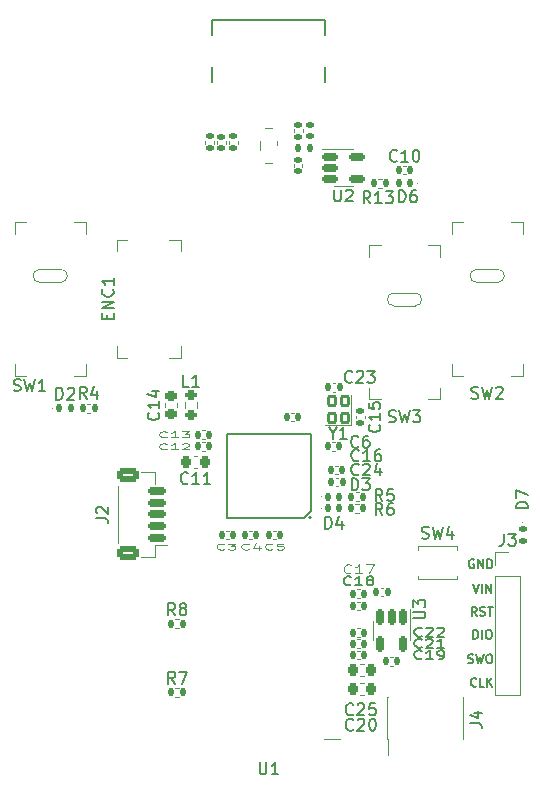
<source format=gbr>
%TF.GenerationSoftware,KiCad,Pcbnew,(6.0.7)*%
%TF.CreationDate,2022-11-13T10:53:49-05:00*%
%TF.ProjectId,redshift,72656473-6869-4667-942e-6b696361645f,0.2*%
%TF.SameCoordinates,Original*%
%TF.FileFunction,Legend,Top*%
%TF.FilePolarity,Positive*%
%FSLAX46Y46*%
G04 Gerber Fmt 4.6, Leading zero omitted, Abs format (unit mm)*
G04 Created by KiCad (PCBNEW (6.0.7)) date 2022-11-13 10:53:49*
%MOMM*%
%LPD*%
G01*
G04 APERTURE LIST*
G04 Aperture macros list*
%AMRoundRect*
0 Rectangle with rounded corners*
0 $1 Rounding radius*
0 $2 $3 $4 $5 $6 $7 $8 $9 X,Y pos of 4 corners*
0 Add a 4 corners polygon primitive as box body*
4,1,4,$2,$3,$4,$5,$6,$7,$8,$9,$2,$3,0*
0 Add four circle primitives for the rounded corners*
1,1,$1+$1,$2,$3*
1,1,$1+$1,$4,$5*
1,1,$1+$1,$6,$7*
1,1,$1+$1,$8,$9*
0 Add four rect primitives between the rounded corners*
20,1,$1+$1,$2,$3,$4,$5,0*
20,1,$1+$1,$4,$5,$6,$7,0*
20,1,$1+$1,$6,$7,$8,$9,0*
20,1,$1+$1,$8,$9,$2,$3,0*%
G04 Aperture macros list end*
%ADD10C,0.187500*%
%ADD11C,0.150000*%
%ADD12C,0.125000*%
%ADD13C,0.120000*%
%ADD14C,0.100000*%
%ADD15C,0.200000*%
%ADD16C,0.127000*%
%ADD17RoundRect,0.150000X-0.150000X0.512500X-0.150000X-0.512500X0.150000X-0.512500X0.150000X0.512500X0*%
%ADD18RoundRect,0.127500X-0.297500X0.347500X-0.297500X-0.347500X0.297500X-0.347500X0.297500X0.347500X0*%
%ADD19RoundRect,0.127500X0.297500X-0.347500X0.297500X0.347500X-0.297500X0.347500X-0.297500X-0.347500X0*%
%ADD20RoundRect,0.150000X-0.512500X-0.150000X0.512500X-0.150000X0.512500X0.150000X-0.512500X0.150000X0*%
%ADD21R,0.900000X1.700000*%
%ADD22RoundRect,0.225000X-0.225000X-0.250000X0.225000X-0.250000X0.225000X0.250000X-0.225000X0.250000X0*%
%ADD23RoundRect,0.225000X-0.250000X0.225000X-0.250000X-0.225000X0.250000X-0.225000X0.250000X0.225000X0*%
%ADD24RoundRect,0.225000X0.225000X0.250000X-0.225000X0.250000X-0.225000X-0.250000X0.225000X-0.250000X0*%
%ADD25RoundRect,0.135000X0.135000X0.185000X-0.135000X0.185000X-0.135000X-0.185000X0.135000X-0.185000X0*%
%ADD26RoundRect,0.147500X0.147500X0.172500X-0.147500X0.172500X-0.147500X-0.172500X0.147500X-0.172500X0*%
%ADD27RoundRect,0.140000X-0.140000X-0.170000X0.140000X-0.170000X0.140000X0.170000X-0.140000X0.170000X0*%
%ADD28RoundRect,0.140000X0.140000X0.170000X-0.140000X0.170000X-0.140000X-0.170000X0.140000X-0.170000X0*%
%ADD29RoundRect,0.140000X-0.170000X0.140000X-0.170000X-0.140000X0.170000X-0.140000X0.170000X0.140000X0*%
%ADD30O,2.700000X1.700000*%
%ADD31C,1.700000*%
%ADD32RoundRect,0.147500X-0.147500X-0.172500X0.147500X-0.172500X0.147500X0.172500X-0.147500X0.172500X0*%
%ADD33O,1.050000X2.100000*%
%ADD34O,1.000000X2.000000*%
%ADD35R,0.600000X1.150000*%
%ADD36R,0.300000X1.150000*%
%ADD37C,0.650000*%
%ADD38RoundRect,0.200000X0.275000X-0.200000X0.275000X0.200000X-0.275000X0.200000X-0.275000X-0.200000X0*%
%ADD39RoundRect,0.140000X0.170000X-0.140000X0.170000X0.140000X-0.170000X0.140000X-0.170000X-0.140000X0*%
%ADD40RoundRect,0.135000X-0.135000X-0.185000X0.135000X-0.185000X0.135000X0.185000X-0.135000X0.185000X0*%
%ADD41RoundRect,0.147500X-0.172500X0.147500X-0.172500X-0.147500X0.172500X-0.147500X0.172500X0.147500X0*%
%ADD42RoundRect,0.135000X-0.185000X0.135000X-0.185000X-0.135000X0.185000X-0.135000X0.185000X0.135000X0*%
%ADD43RoundRect,0.135000X0.185000X-0.135000X0.185000X0.135000X-0.185000X0.135000X-0.185000X-0.135000X0*%
%ADD44RoundRect,0.250000X0.650000X-0.350000X0.650000X0.350000X-0.650000X0.350000X-0.650000X-0.350000X0*%
%ADD45RoundRect,0.150000X0.625000X-0.150000X0.625000X0.150000X-0.625000X0.150000X-0.625000X-0.150000X0*%
%ADD46R,0.740000X2.400000*%
%ADD47O,1.350000X1.350000*%
%ADD48R,1.350000X1.350000*%
%ADD49R,1.168400X0.482600*%
%ADD50R,1.168400X0.889000*%
%ADD51C,1.400000*%
%ADD52R,1.400000X1.400000*%
%ADD53C,0.240000*%
%ADD54RoundRect,0.147500X0.172500X-0.147500X0.172500X0.147500X-0.172500X0.147500X-0.172500X-0.147500X0*%
G04 APERTURE END LIST*
D10*
X40078125Y8232143D02*
X40042410Y8196429D01*
X39935267Y8160715D01*
X39863839Y8160715D01*
X39756696Y8196429D01*
X39685267Y8267858D01*
X39649553Y8339286D01*
X39613839Y8482143D01*
X39613839Y8589286D01*
X39649553Y8732143D01*
X39685267Y8803572D01*
X39756696Y8875000D01*
X39863839Y8910715D01*
X39935267Y8910715D01*
X40042410Y8875000D01*
X40078125Y8839286D01*
X40756696Y8160715D02*
X40399553Y8160715D01*
X40399553Y8910715D01*
X41006696Y8160715D02*
X41006696Y8910715D01*
X41435267Y8160715D02*
X41113839Y8589286D01*
X41435267Y8910715D02*
X41006696Y8482143D01*
X39813839Y12210715D02*
X39813839Y12960715D01*
X39992410Y12960715D01*
X40099553Y12925000D01*
X40170982Y12853572D01*
X40206696Y12782143D01*
X40242410Y12639286D01*
X40242410Y12532143D01*
X40206696Y12389286D01*
X40170982Y12317858D01*
X40099553Y12246429D01*
X39992410Y12210715D01*
X39813839Y12210715D01*
X40563839Y12210715D02*
X40563839Y12960715D01*
X41063839Y12960715D02*
X41206696Y12960715D01*
X41278125Y12925000D01*
X41349553Y12853572D01*
X41385267Y12710715D01*
X41385267Y12460715D01*
X41349553Y12317858D01*
X41278125Y12246429D01*
X41206696Y12210715D01*
X41063839Y12210715D01*
X40992410Y12246429D01*
X40920982Y12317858D01*
X40885267Y12460715D01*
X40885267Y12710715D01*
X40920982Y12853572D01*
X40992410Y12925000D01*
X41063839Y12960715D01*
X39813839Y16860715D02*
X40063839Y16110715D01*
X40313839Y16860715D01*
X40563839Y16110715D02*
X40563839Y16860715D01*
X40920982Y16110715D02*
X40920982Y16860715D01*
X41349553Y16110715D01*
X41349553Y16860715D01*
X39863839Y18925000D02*
X39792410Y18960715D01*
X39685267Y18960715D01*
X39578125Y18925000D01*
X39506696Y18853572D01*
X39470982Y18782143D01*
X39435267Y18639286D01*
X39435267Y18532143D01*
X39470982Y18389286D01*
X39506696Y18317858D01*
X39578125Y18246429D01*
X39685267Y18210715D01*
X39756696Y18210715D01*
X39863839Y18246429D01*
X39899553Y18282143D01*
X39899553Y18532143D01*
X39756696Y18532143D01*
X40220982Y18210715D02*
X40220982Y18960715D01*
X40649553Y18210715D01*
X40649553Y18960715D01*
X41006696Y18210715D02*
X41006696Y18960715D01*
X41185267Y18960715D01*
X41292410Y18925000D01*
X41363839Y18853572D01*
X41399553Y18782143D01*
X41435267Y18639286D01*
X41435267Y18532143D01*
X41399553Y18389286D01*
X41363839Y18317858D01*
X41292410Y18246429D01*
X41185267Y18210715D01*
X41006696Y18210715D01*
X39363839Y10196429D02*
X39470982Y10160715D01*
X39649553Y10160715D01*
X39720982Y10196429D01*
X39756696Y10232143D01*
X39792410Y10303572D01*
X39792410Y10375000D01*
X39756696Y10446429D01*
X39720982Y10482143D01*
X39649553Y10517858D01*
X39506696Y10553572D01*
X39435267Y10589286D01*
X39399553Y10625000D01*
X39363839Y10696429D01*
X39363839Y10767858D01*
X39399553Y10839286D01*
X39435267Y10875000D01*
X39506696Y10910715D01*
X39685267Y10910715D01*
X39792410Y10875000D01*
X40042410Y10910715D02*
X40220982Y10160715D01*
X40363839Y10696429D01*
X40506696Y10160715D01*
X40685267Y10910715D01*
X41113839Y10910715D02*
X41256696Y10910715D01*
X41328125Y10875000D01*
X41399553Y10803572D01*
X41435267Y10660715D01*
X41435267Y10410715D01*
X41399553Y10267858D01*
X41328125Y10196429D01*
X41256696Y10160715D01*
X41113839Y10160715D01*
X41042410Y10196429D01*
X40970982Y10267858D01*
X40935267Y10410715D01*
X40935267Y10660715D01*
X40970982Y10803572D01*
X41042410Y10875000D01*
X41113839Y10910715D01*
X40099553Y14160715D02*
X39849553Y14517858D01*
X39670982Y14160715D02*
X39670982Y14910715D01*
X39956696Y14910715D01*
X40028125Y14875000D01*
X40063839Y14839286D01*
X40099553Y14767858D01*
X40099553Y14660715D01*
X40063839Y14589286D01*
X40028125Y14553572D01*
X39956696Y14517858D01*
X39670982Y14517858D01*
X40385267Y14196429D02*
X40492410Y14160715D01*
X40670982Y14160715D01*
X40742410Y14196429D01*
X40778125Y14232143D01*
X40813839Y14303572D01*
X40813839Y14375000D01*
X40778125Y14446429D01*
X40742410Y14482143D01*
X40670982Y14517858D01*
X40528125Y14553572D01*
X40456696Y14589286D01*
X40420982Y14625000D01*
X40385267Y14696429D01*
X40385267Y14767858D01*
X40420982Y14839286D01*
X40456696Y14875000D01*
X40528125Y14910715D01*
X40706696Y14910715D01*
X40813839Y14875000D01*
X41028125Y14910715D02*
X41456696Y14910715D01*
X41242410Y14160715D02*
X41242410Y14910715D01*
D11*
%TO.C,U3*%
X34752380Y13938096D02*
X35561904Y13938096D01*
X35657142Y13985715D01*
X35704761Y14033334D01*
X35752380Y14128572D01*
X35752380Y14319048D01*
X35704761Y14414286D01*
X35657142Y14461905D01*
X35561904Y14509524D01*
X34752380Y14509524D01*
X34752380Y14890477D02*
X34752380Y15509524D01*
X35133333Y15176191D01*
X35133333Y15319048D01*
X35180952Y15414286D01*
X35228571Y15461905D01*
X35323809Y15509524D01*
X35561904Y15509524D01*
X35657142Y15461905D01*
X35704761Y15414286D01*
X35752380Y15319048D01*
X35752380Y15033334D01*
X35704761Y14938096D01*
X35657142Y14890477D01*
%TO.C,Y1*%
X27923809Y29623810D02*
X27923809Y29147620D01*
X27590476Y30147620D02*
X27923809Y29623810D01*
X28257142Y30147620D01*
X29114285Y29147620D02*
X28542857Y29147620D01*
X28828571Y29147620D02*
X28828571Y30147620D01*
X28733333Y30004762D01*
X28638095Y29909524D01*
X28542857Y29861905D01*
%TO.C,U2*%
X28038095Y50247620D02*
X28038095Y49438096D01*
X28085714Y49342858D01*
X28133333Y49295239D01*
X28228571Y49247620D01*
X28419047Y49247620D01*
X28514285Y49295239D01*
X28561904Y49342858D01*
X28609523Y49438096D01*
X28609523Y50247620D01*
X29038095Y50152381D02*
X29085714Y50200000D01*
X29180952Y50247620D01*
X29419047Y50247620D01*
X29514285Y50200000D01*
X29561904Y50152381D01*
X29609523Y50057143D01*
X29609523Y49961905D01*
X29561904Y49819048D01*
X28990476Y49247620D01*
X29609523Y49247620D01*
%TO.C,SW4*%
X35466666Y20745239D02*
X35609523Y20697620D01*
X35847619Y20697620D01*
X35942857Y20745239D01*
X35990476Y20792858D01*
X36038095Y20888096D01*
X36038095Y20983334D01*
X35990476Y21078572D01*
X35942857Y21126191D01*
X35847619Y21173810D01*
X35657142Y21221429D01*
X35561904Y21269048D01*
X35514285Y21316667D01*
X35466666Y21411905D01*
X35466666Y21507143D01*
X35514285Y21602381D01*
X35561904Y21650000D01*
X35657142Y21697620D01*
X35895238Y21697620D01*
X36038095Y21650000D01*
X36371428Y21697620D02*
X36609523Y20697620D01*
X36800000Y21411905D01*
X36990476Y20697620D01*
X37228571Y21697620D01*
X38038095Y21364286D02*
X38038095Y20697620D01*
X37800000Y21745239D02*
X37561904Y21030953D01*
X38180952Y21030953D01*
%TO.C,C20*%
X29657142Y4542858D02*
X29609523Y4495239D01*
X29466666Y4447620D01*
X29371428Y4447620D01*
X29228571Y4495239D01*
X29133333Y4590477D01*
X29085714Y4685715D01*
X29038095Y4876191D01*
X29038095Y5019048D01*
X29085714Y5209524D01*
X29133333Y5304762D01*
X29228571Y5400000D01*
X29371428Y5447620D01*
X29466666Y5447620D01*
X29609523Y5400000D01*
X29657142Y5352381D01*
X30038095Y5352381D02*
X30085714Y5400000D01*
X30180952Y5447620D01*
X30419047Y5447620D01*
X30514285Y5400000D01*
X30561904Y5352381D01*
X30609523Y5257143D01*
X30609523Y5161905D01*
X30561904Y5019048D01*
X29990476Y4447620D01*
X30609523Y4447620D01*
X31228571Y5447620D02*
X31323809Y5447620D01*
X31419047Y5400000D01*
X31466666Y5352381D01*
X31514285Y5257143D01*
X31561904Y5066667D01*
X31561904Y4828572D01*
X31514285Y4638096D01*
X31466666Y4542858D01*
X31419047Y4495239D01*
X31323809Y4447620D01*
X31228571Y4447620D01*
X31133333Y4495239D01*
X31085714Y4542858D01*
X31038095Y4638096D01*
X30990476Y4828572D01*
X30990476Y5066667D01*
X31038095Y5257143D01*
X31085714Y5352381D01*
X31133333Y5400000D01*
X31228571Y5447620D01*
%TO.C,C25*%
X29657142Y5842858D02*
X29609523Y5795239D01*
X29466666Y5747620D01*
X29371428Y5747620D01*
X29228571Y5795239D01*
X29133333Y5890477D01*
X29085714Y5985715D01*
X29038095Y6176191D01*
X29038095Y6319048D01*
X29085714Y6509524D01*
X29133333Y6604762D01*
X29228571Y6700000D01*
X29371428Y6747620D01*
X29466666Y6747620D01*
X29609523Y6700000D01*
X29657142Y6652381D01*
X30038095Y6652381D02*
X30085714Y6700000D01*
X30180952Y6747620D01*
X30419047Y6747620D01*
X30514285Y6700000D01*
X30561904Y6652381D01*
X30609523Y6557143D01*
X30609523Y6461905D01*
X30561904Y6319048D01*
X29990476Y5747620D01*
X30609523Y5747620D01*
X31514285Y6747620D02*
X31038095Y6747620D01*
X30990476Y6271429D01*
X31038095Y6319048D01*
X31133333Y6366667D01*
X31371428Y6366667D01*
X31466666Y6319048D01*
X31514285Y6271429D01*
X31561904Y6176191D01*
X31561904Y5938096D01*
X31514285Y5842858D01*
X31466666Y5795239D01*
X31371428Y5747620D01*
X31133333Y5747620D01*
X31038095Y5795239D01*
X30990476Y5842858D01*
%TO.C,C14*%
X13157142Y31357143D02*
X13204761Y31309524D01*
X13252380Y31166667D01*
X13252380Y31071429D01*
X13204761Y30928572D01*
X13109523Y30833334D01*
X13014285Y30785715D01*
X12823809Y30738096D01*
X12680952Y30738096D01*
X12490476Y30785715D01*
X12395238Y30833334D01*
X12300000Y30928572D01*
X12252380Y31071429D01*
X12252380Y31166667D01*
X12300000Y31309524D01*
X12347619Y31357143D01*
X13252380Y32309524D02*
X13252380Y31738096D01*
X13252380Y32023810D02*
X12252380Y32023810D01*
X12395238Y31928572D01*
X12490476Y31833334D01*
X12538095Y31738096D01*
X12585714Y33166667D02*
X13252380Y33166667D01*
X12204761Y32928572D02*
X12919047Y32690477D01*
X12919047Y33309524D01*
%TO.C,C11*%
X15657142Y25412858D02*
X15609523Y25365239D01*
X15466666Y25317620D01*
X15371428Y25317620D01*
X15228571Y25365239D01*
X15133333Y25460477D01*
X15085714Y25555715D01*
X15038095Y25746191D01*
X15038095Y25889048D01*
X15085714Y26079524D01*
X15133333Y26174762D01*
X15228571Y26270000D01*
X15371428Y26317620D01*
X15466666Y26317620D01*
X15609523Y26270000D01*
X15657142Y26222381D01*
X16609523Y25317620D02*
X16038095Y25317620D01*
X16323809Y25317620D02*
X16323809Y26317620D01*
X16228571Y26174762D01*
X16133333Y26079524D01*
X16038095Y26031905D01*
X17561904Y25317620D02*
X16990476Y25317620D01*
X17276190Y25317620D02*
X17276190Y26317620D01*
X17180952Y26174762D01*
X17085714Y26079524D01*
X16990476Y26031905D01*
%TO.C,R6*%
X32133333Y22697620D02*
X31800000Y23173810D01*
X31561904Y22697620D02*
X31561904Y23697620D01*
X31942857Y23697620D01*
X32038095Y23650000D01*
X32085714Y23602381D01*
X32133333Y23507143D01*
X32133333Y23364286D01*
X32085714Y23269048D01*
X32038095Y23221429D01*
X31942857Y23173810D01*
X31561904Y23173810D01*
X32990476Y23697620D02*
X32800000Y23697620D01*
X32704761Y23650000D01*
X32657142Y23602381D01*
X32561904Y23459524D01*
X32514285Y23269048D01*
X32514285Y22888096D01*
X32561904Y22792858D01*
X32609523Y22745239D01*
X32704761Y22697620D01*
X32895238Y22697620D01*
X32990476Y22745239D01*
X33038095Y22792858D01*
X33085714Y22888096D01*
X33085714Y23126191D01*
X33038095Y23221429D01*
X32990476Y23269048D01*
X32895238Y23316667D01*
X32704761Y23316667D01*
X32609523Y23269048D01*
X32561904Y23221429D01*
X32514285Y23126191D01*
%TO.C,C24*%
X30127142Y26142858D02*
X30079523Y26095239D01*
X29936666Y26047620D01*
X29841428Y26047620D01*
X29698571Y26095239D01*
X29603333Y26190477D01*
X29555714Y26285715D01*
X29508095Y26476191D01*
X29508095Y26619048D01*
X29555714Y26809524D01*
X29603333Y26904762D01*
X29698571Y27000000D01*
X29841428Y27047620D01*
X29936666Y27047620D01*
X30079523Y27000000D01*
X30127142Y26952381D01*
X30508095Y26952381D02*
X30555714Y27000000D01*
X30650952Y27047620D01*
X30889047Y27047620D01*
X30984285Y27000000D01*
X31031904Y26952381D01*
X31079523Y26857143D01*
X31079523Y26761905D01*
X31031904Y26619048D01*
X30460476Y26047620D01*
X31079523Y26047620D01*
X31936666Y26714286D02*
X31936666Y26047620D01*
X31698571Y27095239D02*
X31460476Y26380953D01*
X32079523Y26380953D01*
D12*
%TO.C,C13*%
X13857142Y29321429D02*
X13809523Y29297620D01*
X13666666Y29273810D01*
X13571428Y29273810D01*
X13428571Y29297620D01*
X13333333Y29345239D01*
X13285714Y29392858D01*
X13238095Y29488096D01*
X13238095Y29559524D01*
X13285714Y29654762D01*
X13333333Y29702381D01*
X13428571Y29750000D01*
X13571428Y29773810D01*
X13666666Y29773810D01*
X13809523Y29750000D01*
X13857142Y29726191D01*
X14809523Y29273810D02*
X14238095Y29273810D01*
X14523809Y29273810D02*
X14523809Y29773810D01*
X14428571Y29702381D01*
X14333333Y29654762D01*
X14238095Y29630953D01*
X15142857Y29773810D02*
X15761904Y29773810D01*
X15428571Y29583334D01*
X15571428Y29583334D01*
X15666666Y29559524D01*
X15714285Y29535715D01*
X15761904Y29488096D01*
X15761904Y29369048D01*
X15714285Y29321429D01*
X15666666Y29297620D01*
X15571428Y29273810D01*
X15285714Y29273810D01*
X15190476Y29297620D01*
X15142857Y29321429D01*
D11*
%TO.C,C10*%
X33357142Y52702858D02*
X33309523Y52655239D01*
X33166666Y52607620D01*
X33071428Y52607620D01*
X32928571Y52655239D01*
X32833333Y52750477D01*
X32785714Y52845715D01*
X32738095Y53036191D01*
X32738095Y53179048D01*
X32785714Y53369524D01*
X32833333Y53464762D01*
X32928571Y53560000D01*
X33071428Y53607620D01*
X33166666Y53607620D01*
X33309523Y53560000D01*
X33357142Y53512381D01*
X34309523Y52607620D02*
X33738095Y52607620D01*
X34023809Y52607620D02*
X34023809Y53607620D01*
X33928571Y53464762D01*
X33833333Y53369524D01*
X33738095Y53321905D01*
X34928571Y53607620D02*
X35023809Y53607620D01*
X35119047Y53560000D01*
X35166666Y53512381D01*
X35214285Y53417143D01*
X35261904Y53226667D01*
X35261904Y52988572D01*
X35214285Y52798096D01*
X35166666Y52702858D01*
X35119047Y52655239D01*
X35023809Y52607620D01*
X34928571Y52607620D01*
X34833333Y52655239D01*
X34785714Y52702858D01*
X34738095Y52798096D01*
X34690476Y52988572D01*
X34690476Y53226667D01*
X34738095Y53417143D01*
X34785714Y53512381D01*
X34833333Y53560000D01*
X34928571Y53607620D01*
%TO.C,ENC1*%
X8848571Y39285715D02*
X8848571Y39619048D01*
X9372380Y39761905D02*
X9372380Y39285715D01*
X8372380Y39285715D01*
X8372380Y39761905D01*
X9372380Y40190477D02*
X8372380Y40190477D01*
X9372380Y40761905D01*
X8372380Y40761905D01*
X9277142Y41809524D02*
X9324761Y41761905D01*
X9372380Y41619048D01*
X9372380Y41523810D01*
X9324761Y41380953D01*
X9229523Y41285715D01*
X9134285Y41238096D01*
X8943809Y41190477D01*
X8800952Y41190477D01*
X8610476Y41238096D01*
X8515238Y41285715D01*
X8420000Y41380953D01*
X8372380Y41523810D01*
X8372380Y41619048D01*
X8420000Y41761905D01*
X8467619Y41809524D01*
X9372380Y42761905D02*
X9372380Y42190477D01*
X9372380Y42476191D02*
X8372380Y42476191D01*
X8515238Y42380953D01*
X8610476Y42285715D01*
X8658095Y42190477D01*
%TO.C,D3*%
X29511904Y24797620D02*
X29511904Y25797620D01*
X29750000Y25797620D01*
X29892857Y25750000D01*
X29988095Y25654762D01*
X30035714Y25559524D01*
X30083333Y25369048D01*
X30083333Y25226191D01*
X30035714Y25035715D01*
X29988095Y24940477D01*
X29892857Y24845239D01*
X29750000Y24797620D01*
X29511904Y24797620D01*
X30416666Y25797620D02*
X31035714Y25797620D01*
X30702380Y25416667D01*
X30845238Y25416667D01*
X30940476Y25369048D01*
X30988095Y25321429D01*
X31035714Y25226191D01*
X31035714Y24988096D01*
X30988095Y24892858D01*
X30940476Y24845239D01*
X30845238Y24797620D01*
X30559523Y24797620D01*
X30464285Y24845239D01*
X30416666Y24892858D01*
%TO.C,L1*%
X15733333Y33547620D02*
X15257142Y33547620D01*
X15257142Y34547620D01*
X16590476Y33547620D02*
X16019047Y33547620D01*
X16304761Y33547620D02*
X16304761Y34547620D01*
X16209523Y34404762D01*
X16114285Y34309524D01*
X16019047Y34261905D01*
%TO.C,D4*%
X27261904Y21547620D02*
X27261904Y22547620D01*
X27500000Y22547620D01*
X27642857Y22500000D01*
X27738095Y22404762D01*
X27785714Y22309524D01*
X27833333Y22119048D01*
X27833333Y21976191D01*
X27785714Y21785715D01*
X27738095Y21690477D01*
X27642857Y21595239D01*
X27500000Y21547620D01*
X27261904Y21547620D01*
X28690476Y22214286D02*
X28690476Y21547620D01*
X28452380Y22595239D02*
X28214285Y21880953D01*
X28833333Y21880953D01*
D12*
%TO.C,C4*%
X20813333Y19821429D02*
X20765714Y19797620D01*
X20622857Y19773810D01*
X20527619Y19773810D01*
X20384761Y19797620D01*
X20289523Y19845239D01*
X20241904Y19892858D01*
X20194285Y19988096D01*
X20194285Y20059524D01*
X20241904Y20154762D01*
X20289523Y20202381D01*
X20384761Y20250000D01*
X20527619Y20273810D01*
X20622857Y20273810D01*
X20765714Y20250000D01*
X20813333Y20226191D01*
X21670476Y20107143D02*
X21670476Y19773810D01*
X21432380Y20297620D02*
X21194285Y19940477D01*
X21813333Y19940477D01*
D11*
%TO.C,C15*%
X31857142Y30357143D02*
X31904761Y30309524D01*
X31952380Y30166667D01*
X31952380Y30071429D01*
X31904761Y29928572D01*
X31809523Y29833334D01*
X31714285Y29785715D01*
X31523809Y29738096D01*
X31380952Y29738096D01*
X31190476Y29785715D01*
X31095238Y29833334D01*
X31000000Y29928572D01*
X30952380Y30071429D01*
X30952380Y30166667D01*
X31000000Y30309524D01*
X31047619Y30357143D01*
X31952380Y31309524D02*
X31952380Y30738096D01*
X31952380Y31023810D02*
X30952380Y31023810D01*
X31095238Y30928572D01*
X31190476Y30833334D01*
X31238095Y30738096D01*
X30952380Y32214286D02*
X30952380Y31738096D01*
X31428571Y31690477D01*
X31380952Y31738096D01*
X31333333Y31833334D01*
X31333333Y32071429D01*
X31380952Y32166667D01*
X31428571Y32214286D01*
X31523809Y32261905D01*
X31761904Y32261905D01*
X31857142Y32214286D01*
X31904761Y32166667D01*
X31952380Y32071429D01*
X31952380Y31833334D01*
X31904761Y31738096D01*
X31857142Y31690477D01*
%TO.C,R4*%
X7083333Y32547620D02*
X6750000Y33023810D01*
X6511904Y32547620D02*
X6511904Y33547620D01*
X6892857Y33547620D01*
X6988095Y33500000D01*
X7035714Y33452381D01*
X7083333Y33357143D01*
X7083333Y33214286D01*
X7035714Y33119048D01*
X6988095Y33071429D01*
X6892857Y33023810D01*
X6511904Y33023810D01*
X7940476Y33214286D02*
X7940476Y32547620D01*
X7702380Y33595239D02*
X7464285Y32880953D01*
X8083333Y32880953D01*
%TO.C,C23*%
X29557142Y33992858D02*
X29509523Y33945239D01*
X29366666Y33897620D01*
X29271428Y33897620D01*
X29128571Y33945239D01*
X29033333Y34040477D01*
X28985714Y34135715D01*
X28938095Y34326191D01*
X28938095Y34469048D01*
X28985714Y34659524D01*
X29033333Y34754762D01*
X29128571Y34850000D01*
X29271428Y34897620D01*
X29366666Y34897620D01*
X29509523Y34850000D01*
X29557142Y34802381D01*
X29938095Y34802381D02*
X29985714Y34850000D01*
X30080952Y34897620D01*
X30319047Y34897620D01*
X30414285Y34850000D01*
X30461904Y34802381D01*
X30509523Y34707143D01*
X30509523Y34611905D01*
X30461904Y34469048D01*
X29890476Y33897620D01*
X30509523Y33897620D01*
X30842857Y34897620D02*
X31461904Y34897620D01*
X31128571Y34516667D01*
X31271428Y34516667D01*
X31366666Y34469048D01*
X31414285Y34421429D01*
X31461904Y34326191D01*
X31461904Y34088096D01*
X31414285Y33992858D01*
X31366666Y33945239D01*
X31271428Y33897620D01*
X30985714Y33897620D01*
X30890476Y33945239D01*
X30842857Y33992858D01*
%TO.C,C6*%
X30083333Y28502858D02*
X30035714Y28455239D01*
X29892857Y28407620D01*
X29797619Y28407620D01*
X29654761Y28455239D01*
X29559523Y28550477D01*
X29511904Y28645715D01*
X29464285Y28836191D01*
X29464285Y28979048D01*
X29511904Y29169524D01*
X29559523Y29264762D01*
X29654761Y29360000D01*
X29797619Y29407620D01*
X29892857Y29407620D01*
X30035714Y29360000D01*
X30083333Y29312381D01*
X30940476Y29407620D02*
X30750000Y29407620D01*
X30654761Y29360000D01*
X30607142Y29312381D01*
X30511904Y29169524D01*
X30464285Y28979048D01*
X30464285Y28598096D01*
X30511904Y28502858D01*
X30559523Y28455239D01*
X30654761Y28407620D01*
X30845238Y28407620D01*
X30940476Y28455239D01*
X30988095Y28502858D01*
X31035714Y28598096D01*
X31035714Y28836191D01*
X30988095Y28931429D01*
X30940476Y28979048D01*
X30845238Y29026667D01*
X30654761Y29026667D01*
X30559523Y28979048D01*
X30511904Y28931429D01*
X30464285Y28836191D01*
D12*
%TO.C,C12*%
X13857142Y28321429D02*
X13809523Y28297620D01*
X13666666Y28273810D01*
X13571428Y28273810D01*
X13428571Y28297620D01*
X13333333Y28345239D01*
X13285714Y28392858D01*
X13238095Y28488096D01*
X13238095Y28559524D01*
X13285714Y28654762D01*
X13333333Y28702381D01*
X13428571Y28750000D01*
X13571428Y28773810D01*
X13666666Y28773810D01*
X13809523Y28750000D01*
X13857142Y28726191D01*
X14809523Y28273810D02*
X14238095Y28273810D01*
X14523809Y28273810D02*
X14523809Y28773810D01*
X14428571Y28702381D01*
X14333333Y28654762D01*
X14238095Y28630953D01*
X15190476Y28726191D02*
X15238095Y28750000D01*
X15333333Y28773810D01*
X15571428Y28773810D01*
X15666666Y28750000D01*
X15714285Y28726191D01*
X15761904Y28678572D01*
X15761904Y28630953D01*
X15714285Y28559524D01*
X15142857Y28273810D01*
X15761904Y28273810D01*
D11*
%TO.C,R7*%
X14583333Y8417620D02*
X14250000Y8893810D01*
X14011904Y8417620D02*
X14011904Y9417620D01*
X14392857Y9417620D01*
X14488095Y9370000D01*
X14535714Y9322381D01*
X14583333Y9227143D01*
X14583333Y9084286D01*
X14535714Y8989048D01*
X14488095Y8941429D01*
X14392857Y8893810D01*
X14011904Y8893810D01*
X14916666Y9417620D02*
X15583333Y9417620D01*
X15154761Y8417620D01*
%TO.C,C22*%
X35457142Y12482143D02*
X35409523Y12446429D01*
X35266666Y12410715D01*
X35171428Y12410715D01*
X35028571Y12446429D01*
X34933333Y12517858D01*
X34885714Y12589286D01*
X34838095Y12732143D01*
X34838095Y12839286D01*
X34885714Y12982143D01*
X34933333Y13053572D01*
X35028571Y13125000D01*
X35171428Y13160715D01*
X35266666Y13160715D01*
X35409523Y13125000D01*
X35457142Y13089286D01*
X35838095Y13089286D02*
X35885714Y13125000D01*
X35980952Y13160715D01*
X36219047Y13160715D01*
X36314285Y13125000D01*
X36361904Y13089286D01*
X36409523Y13017858D01*
X36409523Y12946429D01*
X36361904Y12839286D01*
X35790476Y12410715D01*
X36409523Y12410715D01*
X36790476Y13089286D02*
X36838095Y13125000D01*
X36933333Y13160715D01*
X37171428Y13160715D01*
X37266666Y13125000D01*
X37314285Y13089286D01*
X37361904Y13017858D01*
X37361904Y12946429D01*
X37314285Y12839286D01*
X36742857Y12410715D01*
X37361904Y12410715D01*
%TO.C,D2*%
X4511904Y32467620D02*
X4511904Y33467620D01*
X4750000Y33467620D01*
X4892857Y33420000D01*
X4988095Y33324762D01*
X5035714Y33229524D01*
X5083333Y33039048D01*
X5083333Y32896191D01*
X5035714Y32705715D01*
X4988095Y32610477D01*
X4892857Y32515239D01*
X4750000Y32467620D01*
X4511904Y32467620D01*
X5464285Y33372381D02*
X5511904Y33420000D01*
X5607142Y33467620D01*
X5845238Y33467620D01*
X5940476Y33420000D01*
X5988095Y33372381D01*
X6035714Y33277143D01*
X6035714Y33181905D01*
X5988095Y33039048D01*
X5416666Y32467620D01*
X6035714Y32467620D01*
%TO.C,D7*%
X44452380Y23261905D02*
X43452380Y23261905D01*
X43452380Y23500000D01*
X43500000Y23642858D01*
X43595238Y23738096D01*
X43690476Y23785715D01*
X43880952Y23833334D01*
X44023809Y23833334D01*
X44214285Y23785715D01*
X44309523Y23738096D01*
X44404761Y23642858D01*
X44452380Y23500000D01*
X44452380Y23261905D01*
X43452380Y24166667D02*
X43452380Y24833334D01*
X44452380Y24404762D01*
%TO.C,SW3*%
X32666666Y30595239D02*
X32809523Y30547620D01*
X33047619Y30547620D01*
X33142857Y30595239D01*
X33190476Y30642858D01*
X33238095Y30738096D01*
X33238095Y30833334D01*
X33190476Y30928572D01*
X33142857Y30976191D01*
X33047619Y31023810D01*
X32857142Y31071429D01*
X32761904Y31119048D01*
X32714285Y31166667D01*
X32666666Y31261905D01*
X32666666Y31357143D01*
X32714285Y31452381D01*
X32761904Y31500000D01*
X32857142Y31547620D01*
X33095238Y31547620D01*
X33238095Y31500000D01*
X33571428Y31547620D02*
X33809523Y30547620D01*
X34000000Y31261905D01*
X34190476Y30547620D01*
X34428571Y31547620D01*
X34714285Y31547620D02*
X35333333Y31547620D01*
X35000000Y31166667D01*
X35142857Y31166667D01*
X35238095Y31119048D01*
X35285714Y31071429D01*
X35333333Y30976191D01*
X35333333Y30738096D01*
X35285714Y30642858D01*
X35238095Y30595239D01*
X35142857Y30547620D01*
X34857142Y30547620D01*
X34761904Y30595239D01*
X34714285Y30642858D01*
D12*
%TO.C,C3*%
X18725497Y19821429D02*
X18677878Y19797620D01*
X18535021Y19773810D01*
X18439783Y19773810D01*
X18296925Y19797620D01*
X18201687Y19845239D01*
X18154068Y19892858D01*
X18106449Y19988096D01*
X18106449Y20059524D01*
X18154068Y20154762D01*
X18201687Y20202381D01*
X18296925Y20250000D01*
X18439783Y20273810D01*
X18535021Y20273810D01*
X18677878Y20250000D01*
X18725497Y20226191D01*
X19058830Y20273810D02*
X19677878Y20273810D01*
X19344544Y20083334D01*
X19487402Y20083334D01*
X19582640Y20059524D01*
X19630259Y20035715D01*
X19677878Y19988096D01*
X19677878Y19869048D01*
X19630259Y19821429D01*
X19582640Y19797620D01*
X19487402Y19773810D01*
X19201687Y19773810D01*
X19106449Y19797620D01*
X19058830Y19821429D01*
D11*
%TO.C,D6*%
X33511904Y49177620D02*
X33511904Y50177620D01*
X33750000Y50177620D01*
X33892857Y50130000D01*
X33988095Y50034762D01*
X34035714Y49939524D01*
X34083333Y49749048D01*
X34083333Y49606191D01*
X34035714Y49415715D01*
X33988095Y49320477D01*
X33892857Y49225239D01*
X33750000Y49177620D01*
X33511904Y49177620D01*
X34940476Y50177620D02*
X34750000Y50177620D01*
X34654761Y50130000D01*
X34607142Y50082381D01*
X34511904Y49939524D01*
X34464285Y49749048D01*
X34464285Y49368096D01*
X34511904Y49272858D01*
X34559523Y49225239D01*
X34654761Y49177620D01*
X34845238Y49177620D01*
X34940476Y49225239D01*
X34988095Y49272858D01*
X35035714Y49368096D01*
X35035714Y49606191D01*
X34988095Y49701429D01*
X34940476Y49749048D01*
X34845238Y49796667D01*
X34654761Y49796667D01*
X34559523Y49749048D01*
X34511904Y49701429D01*
X34464285Y49606191D01*
D12*
%TO.C,C17*%
X29457142Y17832143D02*
X29409523Y17796429D01*
X29266666Y17760715D01*
X29171428Y17760715D01*
X29028571Y17796429D01*
X28933333Y17867858D01*
X28885714Y17939286D01*
X28838095Y18082143D01*
X28838095Y18189286D01*
X28885714Y18332143D01*
X28933333Y18403572D01*
X29028571Y18475000D01*
X29171428Y18510715D01*
X29266666Y18510715D01*
X29409523Y18475000D01*
X29457142Y18439286D01*
X30409523Y17760715D02*
X29838095Y17760715D01*
X30123809Y17760715D02*
X30123809Y18510715D01*
X30028571Y18403572D01*
X29933333Y18332143D01*
X29838095Y18296429D01*
X30742857Y18510715D02*
X31409523Y18510715D01*
X30980952Y17760715D01*
%TO.C,C5*%
X22813333Y19821429D02*
X22765714Y19797620D01*
X22622857Y19773810D01*
X22527619Y19773810D01*
X22384761Y19797620D01*
X22289523Y19845239D01*
X22241904Y19892858D01*
X22194285Y19988096D01*
X22194285Y20059524D01*
X22241904Y20154762D01*
X22289523Y20202381D01*
X22384761Y20250000D01*
X22527619Y20273810D01*
X22622857Y20273810D01*
X22765714Y20250000D01*
X22813333Y20226191D01*
X23718095Y20273810D02*
X23241904Y20273810D01*
X23194285Y20035715D01*
X23241904Y20059524D01*
X23337142Y20083334D01*
X23575238Y20083334D01*
X23670476Y20059524D01*
X23718095Y20035715D01*
X23765714Y19988096D01*
X23765714Y19869048D01*
X23718095Y19821429D01*
X23670476Y19797620D01*
X23575238Y19773810D01*
X23337142Y19773810D01*
X23241904Y19797620D01*
X23194285Y19821429D01*
D11*
%TO.C,C16*%
X30127142Y27342858D02*
X30079523Y27295239D01*
X29936666Y27247620D01*
X29841428Y27247620D01*
X29698571Y27295239D01*
X29603333Y27390477D01*
X29555714Y27485715D01*
X29508095Y27676191D01*
X29508095Y27819048D01*
X29555714Y28009524D01*
X29603333Y28104762D01*
X29698571Y28200000D01*
X29841428Y28247620D01*
X29936666Y28247620D01*
X30079523Y28200000D01*
X30127142Y28152381D01*
X31079523Y27247620D02*
X30508095Y27247620D01*
X30793809Y27247620D02*
X30793809Y28247620D01*
X30698571Y28104762D01*
X30603333Y28009524D01*
X30508095Y27961905D01*
X31936666Y28247620D02*
X31746190Y28247620D01*
X31650952Y28200000D01*
X31603333Y28152381D01*
X31508095Y28009524D01*
X31460476Y27819048D01*
X31460476Y27438096D01*
X31508095Y27342858D01*
X31555714Y27295239D01*
X31650952Y27247620D01*
X31841428Y27247620D01*
X31936666Y27295239D01*
X31984285Y27342858D01*
X32031904Y27438096D01*
X32031904Y27676191D01*
X31984285Y27771429D01*
X31936666Y27819048D01*
X31841428Y27866667D01*
X31650952Y27866667D01*
X31555714Y27819048D01*
X31508095Y27771429D01*
X31460476Y27676191D01*
%TO.C,R8*%
X14583333Y14217620D02*
X14250000Y14693810D01*
X14011904Y14217620D02*
X14011904Y15217620D01*
X14392857Y15217620D01*
X14488095Y15170000D01*
X14535714Y15122381D01*
X14583333Y15027143D01*
X14583333Y14884286D01*
X14535714Y14789048D01*
X14488095Y14741429D01*
X14392857Y14693810D01*
X14011904Y14693810D01*
X15154761Y14789048D02*
X15059523Y14836667D01*
X15011904Y14884286D01*
X14964285Y14979524D01*
X14964285Y15027143D01*
X15011904Y15122381D01*
X15059523Y15170000D01*
X15154761Y15217620D01*
X15345238Y15217620D01*
X15440476Y15170000D01*
X15488095Y15122381D01*
X15535714Y15027143D01*
X15535714Y14979524D01*
X15488095Y14884286D01*
X15440476Y14836667D01*
X15345238Y14789048D01*
X15154761Y14789048D01*
X15059523Y14741429D01*
X15011904Y14693810D01*
X14964285Y14598572D01*
X14964285Y14408096D01*
X15011904Y14312858D01*
X15059523Y14265239D01*
X15154761Y14217620D01*
X15345238Y14217620D01*
X15440476Y14265239D01*
X15488095Y14312858D01*
X15535714Y14408096D01*
X15535714Y14598572D01*
X15488095Y14693810D01*
X15440476Y14741429D01*
X15345238Y14789048D01*
%TO.C,J2*%
X7902380Y22416667D02*
X8616666Y22416667D01*
X8759523Y22369048D01*
X8854761Y22273810D01*
X8902380Y22130953D01*
X8902380Y22035715D01*
X7997619Y22845239D02*
X7950000Y22892858D01*
X7902380Y22988096D01*
X7902380Y23226191D01*
X7950000Y23321429D01*
X7997619Y23369048D01*
X8092857Y23416667D01*
X8188095Y23416667D01*
X8330952Y23369048D01*
X8902380Y22797620D01*
X8902380Y23416667D01*
%TO.C,J4*%
X39552380Y5066667D02*
X40266666Y5066667D01*
X40409523Y5019048D01*
X40504761Y4923810D01*
X40552380Y4780953D01*
X40552380Y4685715D01*
X39885714Y5971429D02*
X40552380Y5971429D01*
X39504761Y5733334D02*
X40219047Y5495239D01*
X40219047Y6114286D01*
%TO.C,J3*%
X42416666Y21107620D02*
X42416666Y20393334D01*
X42369047Y20250477D01*
X42273809Y20155239D01*
X42130952Y20107620D01*
X42035714Y20107620D01*
X42797619Y21107620D02*
X43416666Y21107620D01*
X43083333Y20726667D01*
X43226190Y20726667D01*
X43321428Y20679048D01*
X43369047Y20631429D01*
X43416666Y20536191D01*
X43416666Y20298096D01*
X43369047Y20202858D01*
X43321428Y20155239D01*
X43226190Y20107620D01*
X42940476Y20107620D01*
X42845238Y20155239D01*
X42797619Y20202858D01*
%TO.C,C18*%
X29457142Y16832143D02*
X29409523Y16796429D01*
X29266666Y16760715D01*
X29171428Y16760715D01*
X29028571Y16796429D01*
X28933333Y16867858D01*
X28885714Y16939286D01*
X28838095Y17082143D01*
X28838095Y17189286D01*
X28885714Y17332143D01*
X28933333Y17403572D01*
X29028571Y17475000D01*
X29171428Y17510715D01*
X29266666Y17510715D01*
X29409523Y17475000D01*
X29457142Y17439286D01*
X30409523Y16760715D02*
X29838095Y16760715D01*
X30123809Y16760715D02*
X30123809Y17510715D01*
X30028571Y17403572D01*
X29933333Y17332143D01*
X29838095Y17296429D01*
X30980952Y17189286D02*
X30885714Y17225000D01*
X30838095Y17260715D01*
X30790476Y17332143D01*
X30790476Y17367858D01*
X30838095Y17439286D01*
X30885714Y17475000D01*
X30980952Y17510715D01*
X31171428Y17510715D01*
X31266666Y17475000D01*
X31314285Y17439286D01*
X31361904Y17367858D01*
X31361904Y17332143D01*
X31314285Y17260715D01*
X31266666Y17225000D01*
X31171428Y17189286D01*
X30980952Y17189286D01*
X30885714Y17153572D01*
X30838095Y17117858D01*
X30790476Y17046429D01*
X30790476Y16903572D01*
X30838095Y16832143D01*
X30885714Y16796429D01*
X30980952Y16760715D01*
X31171428Y16760715D01*
X31266666Y16796429D01*
X31314285Y16832143D01*
X31361904Y16903572D01*
X31361904Y17046429D01*
X31314285Y17117858D01*
X31266666Y17153572D01*
X31171428Y17189286D01*
%TO.C,R5*%
X32133333Y23897620D02*
X31800000Y24373810D01*
X31561904Y23897620D02*
X31561904Y24897620D01*
X31942857Y24897620D01*
X32038095Y24850000D01*
X32085714Y24802381D01*
X32133333Y24707143D01*
X32133333Y24564286D01*
X32085714Y24469048D01*
X32038095Y24421429D01*
X31942857Y24373810D01*
X31561904Y24373810D01*
X33038095Y24897620D02*
X32561904Y24897620D01*
X32514285Y24421429D01*
X32561904Y24469048D01*
X32657142Y24516667D01*
X32895238Y24516667D01*
X32990476Y24469048D01*
X33038095Y24421429D01*
X33085714Y24326191D01*
X33085714Y24088096D01*
X33038095Y23992858D01*
X32990476Y23945239D01*
X32895238Y23897620D01*
X32657142Y23897620D01*
X32561904Y23945239D01*
X32514285Y23992858D01*
%TO.C,U1*%
X21738095Y1752620D02*
X21738095Y943096D01*
X21785714Y847858D01*
X21833333Y800239D01*
X21928571Y752620D01*
X22119047Y752620D01*
X22214285Y800239D01*
X22261904Y847858D01*
X22309523Y943096D01*
X22309523Y1752620D01*
X23309523Y752620D02*
X22738095Y752620D01*
X23023809Y752620D02*
X23023809Y1752620D01*
X22928571Y1609762D01*
X22833333Y1514524D01*
X22738095Y1466905D01*
%TO.C,C19*%
X35457142Y10582143D02*
X35409523Y10546429D01*
X35266666Y10510715D01*
X35171428Y10510715D01*
X35028571Y10546429D01*
X34933333Y10617858D01*
X34885714Y10689286D01*
X34838095Y10832143D01*
X34838095Y10939286D01*
X34885714Y11082143D01*
X34933333Y11153572D01*
X35028571Y11225000D01*
X35171428Y11260715D01*
X35266666Y11260715D01*
X35409523Y11225000D01*
X35457142Y11189286D01*
X36409523Y10510715D02*
X35838095Y10510715D01*
X36123809Y10510715D02*
X36123809Y11260715D01*
X36028571Y11153572D01*
X35933333Y11082143D01*
X35838095Y11046429D01*
X36885714Y10510715D02*
X37076190Y10510715D01*
X37171428Y10546429D01*
X37219047Y10582143D01*
X37314285Y10689286D01*
X37361904Y10832143D01*
X37361904Y11117858D01*
X37314285Y11189286D01*
X37266666Y11225000D01*
X37171428Y11260715D01*
X36980952Y11260715D01*
X36885714Y11225000D01*
X36838095Y11189286D01*
X36790476Y11117858D01*
X36790476Y10939286D01*
X36838095Y10867858D01*
X36885714Y10832143D01*
X36980952Y10796429D01*
X37171428Y10796429D01*
X37266666Y10832143D01*
X37314285Y10867858D01*
X37361904Y10939286D01*
%TO.C,SW2*%
X39666666Y32595239D02*
X39809523Y32547620D01*
X40047619Y32547620D01*
X40142857Y32595239D01*
X40190476Y32642858D01*
X40238095Y32738096D01*
X40238095Y32833334D01*
X40190476Y32928572D01*
X40142857Y32976191D01*
X40047619Y33023810D01*
X39857142Y33071429D01*
X39761904Y33119048D01*
X39714285Y33166667D01*
X39666666Y33261905D01*
X39666666Y33357143D01*
X39714285Y33452381D01*
X39761904Y33500000D01*
X39857142Y33547620D01*
X40095238Y33547620D01*
X40238095Y33500000D01*
X40571428Y33547620D02*
X40809523Y32547620D01*
X41000000Y33261905D01*
X41190476Y32547620D01*
X41428571Y33547620D01*
X41761904Y33452381D02*
X41809523Y33500000D01*
X41904761Y33547620D01*
X42142857Y33547620D01*
X42238095Y33500000D01*
X42285714Y33452381D01*
X42333333Y33357143D01*
X42333333Y33261905D01*
X42285714Y33119048D01*
X41714285Y32547620D01*
X42333333Y32547620D01*
%TO.C,R13*%
X31103501Y49097620D02*
X30770168Y49573810D01*
X30532073Y49097620D02*
X30532073Y50097620D01*
X30913025Y50097620D01*
X31008263Y50050000D01*
X31055882Y50002381D01*
X31103501Y49907143D01*
X31103501Y49764286D01*
X31055882Y49669048D01*
X31008263Y49621429D01*
X30913025Y49573810D01*
X30532073Y49573810D01*
X32055882Y49097620D02*
X31484454Y49097620D01*
X31770168Y49097620D02*
X31770168Y50097620D01*
X31674930Y49954762D01*
X31579692Y49859524D01*
X31484454Y49811905D01*
X32389216Y50097620D02*
X33008263Y50097620D01*
X32674930Y49716667D01*
X32817787Y49716667D01*
X32913025Y49669048D01*
X32960644Y49621429D01*
X33008263Y49526191D01*
X33008263Y49288096D01*
X32960644Y49192858D01*
X32913025Y49145239D01*
X32817787Y49097620D01*
X32532073Y49097620D01*
X32436835Y49145239D01*
X32389216Y49192858D01*
%TO.C,C21*%
X35457142Y11532143D02*
X35409523Y11496429D01*
X35266666Y11460715D01*
X35171428Y11460715D01*
X35028571Y11496429D01*
X34933333Y11567858D01*
X34885714Y11639286D01*
X34838095Y11782143D01*
X34838095Y11889286D01*
X34885714Y12032143D01*
X34933333Y12103572D01*
X35028571Y12175000D01*
X35171428Y12210715D01*
X35266666Y12210715D01*
X35409523Y12175000D01*
X35457142Y12139286D01*
X35838095Y12139286D02*
X35885714Y12175000D01*
X35980952Y12210715D01*
X36219047Y12210715D01*
X36314285Y12175000D01*
X36361904Y12139286D01*
X36409523Y12067858D01*
X36409523Y11996429D01*
X36361904Y11889286D01*
X35790476Y11460715D01*
X36409523Y11460715D01*
X37361904Y11460715D02*
X36790476Y11460715D01*
X37076190Y11460715D02*
X37076190Y12210715D01*
X36980952Y12103572D01*
X36885714Y12032143D01*
X36790476Y11996429D01*
%TO.C,SW1*%
X916666Y33245239D02*
X1059523Y33197620D01*
X1297619Y33197620D01*
X1392857Y33245239D01*
X1440476Y33292858D01*
X1488095Y33388096D01*
X1488095Y33483334D01*
X1440476Y33578572D01*
X1392857Y33626191D01*
X1297619Y33673810D01*
X1107142Y33721429D01*
X1011904Y33769048D01*
X964285Y33816667D01*
X916666Y33911905D01*
X916666Y34007143D01*
X964285Y34102381D01*
X1011904Y34150000D01*
X1107142Y34197620D01*
X1345238Y34197620D01*
X1488095Y34150000D01*
X1821428Y34197620D02*
X2059523Y33197620D01*
X2250000Y33911905D01*
X2440476Y33197620D01*
X2678571Y34197620D01*
X3583333Y33197620D02*
X3011904Y33197620D01*
X3297619Y33197620D02*
X3297619Y34197620D01*
X3202380Y34054762D01*
X3107142Y33959524D01*
X3011904Y33911905D01*
D13*
%TO.C,U3*%
X31340000Y12900000D02*
X31340000Y13700000D01*
X34460000Y12900000D02*
X34460000Y14700000D01*
X34460000Y12900000D02*
X34460000Y12100000D01*
X31340000Y12900000D02*
X31340000Y12100000D01*
%TO.C,Y1*%
X27300000Y30300000D02*
X29500000Y30300000D01*
X29500000Y32900000D02*
X29500000Y30300000D01*
%TO.C,U2*%
X28800000Y50540000D02*
X28000000Y50540000D01*
X28800000Y53660000D02*
X27000000Y53660000D01*
X28800000Y53660000D02*
X29600000Y53660000D01*
X28800000Y50540000D02*
X29600000Y50540000D01*
%TO.C,SW4*%
X38450000Y17250000D02*
X38450000Y17550000D01*
X35150000Y17550000D02*
X35150000Y17250000D01*
X35150000Y19750000D02*
X35150000Y20050000D01*
X38450000Y20050000D02*
X38450000Y19750000D01*
X35150000Y17250000D02*
X38450000Y17250000D01*
X35150000Y20050000D02*
X38450000Y20050000D01*
%TO.C,C20*%
X30259420Y10110000D02*
X30540580Y10110000D01*
X30259420Y9090000D02*
X30540580Y9090000D01*
%TO.C,C25*%
X30259420Y8510000D02*
X30540580Y8510000D01*
X30259420Y7490000D02*
X30540580Y7490000D01*
%TO.C,C14*%
X14710000Y32140580D02*
X14710000Y31859420D01*
X13690000Y32140580D02*
X13690000Y31859420D01*
%TO.C,C11*%
X16440580Y26690000D02*
X16159420Y26690000D01*
X16440580Y27710000D02*
X16159420Y27710000D01*
%TO.C,R6*%
X30153641Y22870000D02*
X29846359Y22870000D01*
X30153641Y23630000D02*
X29846359Y23630000D01*
%TO.C,C24*%
X28162164Y25860000D02*
X28377836Y25860000D01*
X28162164Y25140000D02*
X28377836Y25140000D01*
%TO.C,C13*%
X17107836Y29140000D02*
X16892164Y29140000D01*
X17107836Y29860000D02*
X16892164Y29860000D01*
%TO.C,C10*%
X33892164Y52260000D02*
X34107836Y52260000D01*
X33892164Y51540000D02*
X34107836Y51540000D01*
%TO.C,C8*%
X24640000Y52377836D02*
X24640000Y52162164D01*
X25360000Y52377836D02*
X25360000Y52162164D01*
%TO.C,ENC1*%
X9680000Y46020000D02*
X10480000Y46020000D01*
X9680000Y46020000D02*
X9680000Y45020000D01*
X9680000Y35980000D02*
X9680000Y36980000D01*
X15070000Y35980000D02*
X15070000Y36980000D01*
X15070000Y46020000D02*
X14070000Y46020000D01*
X9680000Y35980000D02*
X10480000Y35980000D01*
X15070000Y46020000D02*
X15070000Y45020000D01*
X15070000Y35980000D02*
X14070000Y35980000D01*
D14*
%TO.C,D3*%
X26965000Y24250000D02*
G75*
G03*
X26965000Y24250000I-50000J0D01*
G01*
D15*
%TO.C,J1*%
X27290000Y64600000D02*
X17710000Y64600000D01*
X17710000Y59350000D02*
X17710000Y60600000D01*
X27290000Y63320000D02*
X27290000Y64600000D01*
X17710000Y64600000D02*
X17710000Y63320000D01*
X27290000Y59350000D02*
X27290000Y60600000D01*
D13*
%TO.C,L1*%
X15377500Y31762742D02*
X15377500Y32237258D01*
X16422500Y31762742D02*
X16422500Y32237258D01*
D14*
%TO.C,D4*%
X26960000Y23250000D02*
G75*
G03*
X26960000Y23250000I-50000J0D01*
G01*
D13*
%TO.C,C2*%
X31992164Y16560000D02*
X32207836Y16560000D01*
X31992164Y15840000D02*
X32207836Y15840000D01*
%TO.C,C4*%
X21087836Y20640000D02*
X20872164Y20640000D01*
X21087836Y21360000D02*
X20872164Y21360000D01*
%TO.C,C15*%
X30610000Y30892164D02*
X30610000Y31107836D01*
X29890000Y30892164D02*
X29890000Y31107836D01*
%TO.C,R4*%
X7403641Y31370000D02*
X7096359Y31370000D01*
X7403641Y32130000D02*
X7096359Y32130000D01*
%TO.C,C1*%
X18140000Y54357836D02*
X18140000Y54142164D01*
X18860000Y54357836D02*
X18860000Y54142164D01*
%TO.C,C23*%
X27912164Y33140000D02*
X28127836Y33140000D01*
X27912164Y33860000D02*
X28127836Y33860000D01*
%TO.C,C6*%
X27872164Y28140000D02*
X28087836Y28140000D01*
X27872164Y28860000D02*
X28087836Y28860000D01*
%TO.C,C12*%
X17107836Y28140000D02*
X16892164Y28140000D01*
X17107836Y28860000D02*
X16892164Y28860000D01*
%TO.C,R7*%
X14596359Y8080000D02*
X14903641Y8080000D01*
X14596359Y7320000D02*
X14903641Y7320000D01*
%TO.C,C22*%
X29992164Y12390000D02*
X30207836Y12390000D01*
X29992164Y13110000D02*
X30207836Y13110000D01*
D14*
%TO.C,D2*%
X4210000Y31750000D02*
G75*
G03*
X4210000Y31750000I-50000J0D01*
G01*
%TO.C,D7*%
X44050000Y22090000D02*
G75*
G03*
X44050000Y22090000I-50000J0D01*
G01*
D13*
%TO.C,SW3*%
X33100000Y41500000D02*
G75*
G03*
X33100000Y40400000I0J-550000D01*
G01*
X34900000Y40400000D02*
G75*
G03*
X34900000Y41500000I0J550000D01*
G01*
X30980000Y45520000D02*
X30980000Y44520000D01*
X33100000Y40400000D02*
X34900000Y40400000D01*
X33100000Y41500000D02*
X34900000Y41500000D01*
X30980000Y32480000D02*
X31980000Y32480000D01*
X37020000Y45520000D02*
X36020000Y45520000D01*
X30980000Y45520000D02*
X31980000Y45520000D01*
X37020000Y32480000D02*
X37020000Y33480000D01*
X37020000Y45520000D02*
X37020000Y44520000D01*
X30980000Y32480000D02*
X30980000Y33480000D01*
X37020000Y32480000D02*
X36020000Y32480000D01*
%TO.C,C9*%
X24392164Y31360000D02*
X24607836Y31360000D01*
X24392164Y30640000D02*
X24607836Y30640000D01*
%TO.C,R1*%
X17120000Y54403641D02*
X17120000Y54096359D01*
X17880000Y54403641D02*
X17880000Y54096359D01*
%TO.C,C3*%
X19107836Y21360000D02*
X18892164Y21360000D01*
X19107836Y20640000D02*
X18892164Y20640000D01*
%TO.C,R2*%
X24620000Y55096359D02*
X24620000Y55403641D01*
X25380000Y55096359D02*
X25380000Y55403641D01*
D14*
%TO.C,D6*%
X35140000Y50800000D02*
G75*
G03*
X35140000Y50800000I-50000J0D01*
G01*
D13*
%TO.C,C17*%
X30207836Y15690000D02*
X29992164Y15690000D01*
X30207836Y16410000D02*
X29992164Y16410000D01*
%TO.C,C7*%
X32792164Y10660000D02*
X33007836Y10660000D01*
X32792164Y9940000D02*
X33007836Y9940000D01*
%TO.C,C5*%
X23087836Y20640000D02*
X22872164Y20640000D01*
X23087836Y21360000D02*
X22872164Y21360000D01*
%TO.C,C16*%
X28142164Y26140000D02*
X28357836Y26140000D01*
X28142164Y26860000D02*
X28357836Y26860000D01*
%TO.C,R8*%
X14596359Y13880000D02*
X14903641Y13880000D01*
X14596359Y13120000D02*
X14903641Y13120000D01*
%TO.C,J2*%
X9740000Y20310000D02*
X9740000Y25190000D01*
X12860000Y20190000D02*
X13850000Y20190000D01*
X12860000Y19140000D02*
X12860000Y20190000D01*
X12860000Y26360000D02*
X12860000Y25310000D01*
X11710000Y26360000D02*
X12860000Y26360000D01*
X11710000Y19140000D02*
X12860000Y19140000D01*
%TO.C,J4*%
X32580000Y2410000D02*
X32580000Y3735000D01*
X38985000Y3735000D02*
X38985000Y7265000D01*
X32515000Y7265000D02*
X32580000Y7265000D01*
X38920000Y7265000D02*
X38985000Y7265000D01*
X38920000Y3735000D02*
X38985000Y3735000D01*
X32515000Y3735000D02*
X32580000Y3735000D01*
X32515000Y3735000D02*
X32515000Y7265000D01*
%TO.C,J3*%
X41690000Y19560000D02*
X42750000Y19560000D01*
X43810000Y17500000D02*
X43810000Y7440000D01*
X41690000Y17500000D02*
X43810000Y17500000D01*
X41690000Y18500000D02*
X41690000Y19560000D01*
X41690000Y17500000D02*
X41690000Y7440000D01*
X41690000Y7440000D02*
X43810000Y7440000D01*
%TO.C,C18*%
X30207836Y15360000D02*
X29992164Y15360000D01*
X30207836Y14640000D02*
X29992164Y14640000D01*
%TO.C,R5*%
X30163641Y23870000D02*
X29856359Y23870000D01*
X30163641Y24630000D02*
X29856359Y24630000D01*
%TO.C,D1*%
X22804540Y52501400D02*
X22196148Y52501400D01*
X23198843Y54375960D02*
X23198843Y54030440D01*
X21801843Y53624039D02*
X21801843Y54375961D01*
X22196148Y55498600D02*
X22804540Y55498600D01*
%TO.C,U1*%
X27150000Y3765000D02*
X28550000Y3765000D01*
D15*
%TO.C,IC1*%
X26100000Y22500000D02*
G75*
G03*
X26100000Y22500000I-100000J0D01*
G01*
D16*
X18950000Y29550000D02*
X26050000Y29550000D01*
X25500000Y22450000D02*
X18950000Y22450000D01*
X25500000Y22450000D02*
X26050000Y23000000D01*
X26050000Y29550000D02*
X26050000Y23000000D01*
X18950000Y22450000D02*
X18950000Y29550000D01*
D13*
%TO.C,C19*%
X29992164Y11210000D02*
X30207836Y11210000D01*
X29992164Y10490000D02*
X30207836Y10490000D01*
%TO.C,SW2*%
X40100000Y43500000D02*
G75*
G03*
X40100000Y42400000I0J-550000D01*
G01*
X41900000Y42400000D02*
G75*
G03*
X41900000Y43500000I0J550000D01*
G01*
X37980000Y34480000D02*
X37980000Y35480000D01*
X40100000Y42400000D02*
X41900000Y42400000D01*
X44020000Y34480000D02*
X44020000Y35480000D01*
X44020000Y47520000D02*
X43020000Y47520000D01*
X40100000Y43500000D02*
X41900000Y43500000D01*
X44020000Y34480000D02*
X43020000Y34480000D01*
X44020000Y47520000D02*
X44020000Y46520000D01*
X37980000Y34480000D02*
X38980000Y34480000D01*
X37980000Y47520000D02*
X37980000Y46520000D01*
X37980000Y47520000D02*
X38980000Y47520000D01*
%TO.C,R13*%
X31746359Y50420000D02*
X32053641Y50420000D01*
X31746359Y51180000D02*
X32053641Y51180000D01*
%TO.C,C21*%
X29992164Y12160000D02*
X30207836Y12160000D01*
X29992164Y11440000D02*
X30207836Y11440000D01*
%TO.C,SW1*%
X4900000Y42400000D02*
G75*
G03*
X4900000Y43500000I0J550000D01*
G01*
X3100000Y43500000D02*
G75*
G03*
X3100000Y42400000I0J-550000D01*
G01*
X980000Y34480000D02*
X1980000Y34480000D01*
X7020000Y34480000D02*
X7020000Y35480000D01*
X980000Y34480000D02*
X980000Y35480000D01*
X980000Y47520000D02*
X1980000Y47520000D01*
X980000Y47520000D02*
X980000Y46520000D01*
X7020000Y47520000D02*
X6020000Y47520000D01*
X7020000Y34480000D02*
X6020000Y34480000D01*
X7020000Y47520000D02*
X7020000Y46520000D01*
X3100000Y42400000D02*
X4900000Y42400000D01*
X3100000Y43500000D02*
X4900000Y43500000D01*
%TO.C,R3*%
X19120000Y54096359D02*
X19120000Y54403641D01*
X19880000Y54096359D02*
X19880000Y54403641D01*
%TD*%
%LPC*%
D17*
%TO.C,U3*%
X33850000Y14037500D03*
X32900000Y14037500D03*
X31950000Y14037500D03*
X31950000Y11762500D03*
X33850000Y11762500D03*
%TD*%
D18*
%TO.C,Y1*%
X28975000Y30875000D03*
D19*
X28975000Y32325000D03*
X27825000Y32325000D03*
X27825000Y30875000D03*
%TD*%
D20*
%TO.C,U2*%
X27662500Y53050000D03*
X27662500Y52100000D03*
X27662500Y51150000D03*
X29937500Y51150000D03*
X29937500Y53050000D03*
%TD*%
D21*
%TO.C,SW4*%
X38500000Y18650000D03*
X35100000Y18650000D03*
%TD*%
D22*
%TO.C,C20*%
X31175000Y9600000D03*
X29625000Y9600000D03*
%TD*%
%TO.C,C25*%
X31175000Y8000000D03*
X29625000Y8000000D03*
%TD*%
D23*
%TO.C,C14*%
X14200000Y31225000D03*
X14200000Y32775000D03*
%TD*%
D24*
%TO.C,C11*%
X15525000Y27200000D03*
X17075000Y27200000D03*
%TD*%
D25*
%TO.C,R6*%
X29490000Y23250000D03*
X30510000Y23250000D03*
%TD*%
D26*
%TO.C,FB1*%
X25015000Y53750000D03*
X25985000Y53750000D03*
%TD*%
D27*
%TO.C,C24*%
X28750000Y25500000D03*
X27790000Y25500000D03*
%TD*%
D28*
%TO.C,C13*%
X16520000Y29500000D03*
X17480000Y29500000D03*
%TD*%
D27*
%TO.C,C10*%
X34480000Y51900000D03*
X33520000Y51900000D03*
%TD*%
D29*
%TO.C,C8*%
X25000000Y51790000D03*
X25000000Y52750000D03*
%TD*%
D30*
%TO.C,ENC1*%
X12000000Y35800000D03*
X12000000Y46200000D03*
D31*
X14000000Y43500000D03*
X14000000Y41000000D03*
X14000000Y38500000D03*
%TD*%
D32*
%TO.C,D3*%
X28490000Y24250000D03*
X27520000Y24250000D03*
%TD*%
D33*
%TO.C,J1*%
X18180000Y57820000D03*
D34*
X18180000Y62000000D03*
X26820000Y62000000D03*
D33*
X26820000Y57820000D03*
D35*
X25700000Y57245000D03*
X24900000Y57245000D03*
D36*
X24250000Y57245000D03*
X23250000Y57245000D03*
X21750000Y57245000D03*
X20750000Y57245000D03*
D35*
X20100000Y57245000D03*
X19300000Y57245000D03*
X19300000Y57245000D03*
X20100000Y57245000D03*
D36*
X21250000Y57245000D03*
X22250000Y57245000D03*
X22750000Y57245000D03*
X23750000Y57245000D03*
D35*
X24900000Y57245000D03*
X25700000Y57245000D03*
D37*
X25390000Y58320000D03*
X19610000Y58320000D03*
%TD*%
D38*
%TO.C,L1*%
X15900000Y32825000D03*
X15900000Y31175000D03*
%TD*%
D32*
%TO.C,D4*%
X28485000Y23250000D03*
X27515000Y23250000D03*
%TD*%
D27*
%TO.C,C2*%
X32580000Y16200000D03*
X31620000Y16200000D03*
%TD*%
D28*
%TO.C,C4*%
X20500000Y21000000D03*
X21460000Y21000000D03*
%TD*%
D39*
%TO.C,C15*%
X30250000Y31480000D03*
X30250000Y30520000D03*
%TD*%
D25*
%TO.C,R4*%
X6740000Y31750000D03*
X7760000Y31750000D03*
%TD*%
D29*
%TO.C,C1*%
X18500000Y53770000D03*
X18500000Y54730000D03*
%TD*%
D27*
%TO.C,C23*%
X28500000Y33500000D03*
X27540000Y33500000D03*
%TD*%
%TO.C,C6*%
X28460000Y28500000D03*
X27500000Y28500000D03*
%TD*%
D28*
%TO.C,C12*%
X16520000Y28500000D03*
X17480000Y28500000D03*
%TD*%
D40*
%TO.C,R7*%
X15260000Y7700000D03*
X14240000Y7700000D03*
%TD*%
D27*
%TO.C,C22*%
X30580000Y12750000D03*
X29620000Y12750000D03*
%TD*%
D32*
%TO.C,D2*%
X5735000Y31750000D03*
X4765000Y31750000D03*
%TD*%
D41*
%TO.C,D7*%
X44000000Y20515000D03*
X44000000Y21485000D03*
%TD*%
D31*
%TO.C,SW3*%
X34000000Y33920000D03*
X34000000Y39000000D03*
X34000000Y44080000D03*
%TD*%
D27*
%TO.C,C9*%
X24980000Y31000000D03*
X24020000Y31000000D03*
%TD*%
D42*
%TO.C,R1*%
X17500000Y53740000D03*
X17500000Y54760000D03*
%TD*%
D28*
%TO.C,C3*%
X18520000Y21000000D03*
X19480000Y21000000D03*
%TD*%
D43*
%TO.C,R2*%
X25000000Y55760000D03*
X25000000Y54740000D03*
%TD*%
D26*
%TO.C,D6*%
X33515000Y50800000D03*
X34485000Y50800000D03*
%TD*%
D28*
%TO.C,C17*%
X29620000Y16050000D03*
X30580000Y16050000D03*
%TD*%
D27*
%TO.C,C7*%
X33380000Y10300000D03*
X32420000Y10300000D03*
%TD*%
D28*
%TO.C,C5*%
X22500000Y21000000D03*
X23460000Y21000000D03*
%TD*%
D27*
%TO.C,C16*%
X28730000Y26500000D03*
X27770000Y26500000D03*
%TD*%
D40*
%TO.C,R8*%
X15260000Y13500000D03*
X14240000Y13500000D03*
%TD*%
D44*
%TO.C,J2*%
X10550000Y26050000D03*
X10550000Y19450000D03*
D45*
X13075000Y24750000D03*
X13075000Y23750000D03*
X13075000Y22750000D03*
X13075000Y21750000D03*
X13075000Y20750000D03*
%TD*%
D46*
%TO.C,J4*%
X38290000Y7450000D03*
X38290000Y3550000D03*
X37020000Y7450000D03*
X37020000Y3550000D03*
X35750000Y7450000D03*
X35750000Y3550000D03*
X34480000Y7450000D03*
X34480000Y3550000D03*
X33210000Y7450000D03*
X33210000Y3550000D03*
%TD*%
D47*
%TO.C,J3*%
X42750000Y8500000D03*
X42750000Y10500000D03*
X42750000Y12500000D03*
X42750000Y14500000D03*
X42750000Y16500000D03*
D48*
X42750000Y18500000D03*
%TD*%
D28*
%TO.C,C18*%
X29620000Y15000000D03*
X30580000Y15000000D03*
%TD*%
D25*
%TO.C,R5*%
X29500000Y24250000D03*
X30520000Y24250000D03*
%TD*%
D49*
%TO.C,D1*%
X21484343Y53049999D03*
X21484343Y54950001D03*
X23516343Y54950000D03*
D50*
X23516343Y53253200D03*
%TD*%
D51*
%TO.C,U1*%
X17150000Y5905000D03*
X17150000Y7685000D03*
X17150000Y9465000D03*
X17150000Y11245000D03*
X17150000Y13025000D03*
X17150000Y14805000D03*
X17150000Y16585000D03*
X17150000Y18365000D03*
X27850000Y17475000D03*
X27850000Y15695000D03*
X27850000Y13915000D03*
X27850000Y12135000D03*
X27850000Y10355000D03*
X27850000Y8575000D03*
X27850000Y6795000D03*
D52*
X27850000Y5015000D03*
%TD*%
D53*
%TO.C,IC1*%
X19500000Y29000000D03*
X20000000Y29000000D03*
X20500000Y29000000D03*
X21500000Y29000000D03*
X22000000Y29000000D03*
X22500000Y29000000D03*
X23000000Y29000000D03*
X23500000Y29000000D03*
X24500000Y29000000D03*
X25000000Y29000000D03*
X25500000Y29000000D03*
X19500000Y28500000D03*
X20000000Y28500000D03*
X20500000Y28500000D03*
X21500000Y28500000D03*
X22000000Y28500000D03*
X22500000Y28500000D03*
X23000000Y28500000D03*
X23500000Y28500000D03*
X24500000Y28500000D03*
X25000000Y28500000D03*
X25500000Y28500000D03*
X19500000Y28000000D03*
X20000000Y28000000D03*
X22500000Y28000000D03*
X25000000Y28000000D03*
X25500000Y28000000D03*
X19500000Y27000000D03*
X20000000Y27000000D03*
X21500000Y27000000D03*
X22000000Y27000000D03*
X22500000Y27000000D03*
X23000000Y27000000D03*
X23500000Y27000000D03*
X25000000Y27000000D03*
X25500000Y27000000D03*
X19500000Y26500000D03*
X20000000Y26500000D03*
X21500000Y26500000D03*
X22000000Y26500000D03*
X23000000Y26500000D03*
X23500000Y26500000D03*
X25000000Y26500000D03*
X25500000Y26500000D03*
X19500000Y26000000D03*
X20000000Y26000000D03*
X20500000Y26000000D03*
X21500000Y26000000D03*
X22000000Y26000000D03*
X23000000Y26000000D03*
X23500000Y26000000D03*
X24500000Y26000000D03*
X25000000Y26000000D03*
X25500000Y26000000D03*
X19500000Y25500000D03*
X20000000Y25500000D03*
X21500000Y25500000D03*
X22000000Y25500000D03*
X23000000Y25500000D03*
X23500000Y25500000D03*
X25000000Y25500000D03*
X25500000Y25500000D03*
X19500000Y25000000D03*
X20000000Y25000000D03*
X21500000Y25000000D03*
X22000000Y25000000D03*
X22500000Y25000000D03*
X23000000Y25000000D03*
X23500000Y25000000D03*
X25000000Y25000000D03*
X25500000Y25000000D03*
X19500000Y24000000D03*
X20000000Y24000000D03*
X22500000Y24000000D03*
X25000000Y24000000D03*
X25500000Y24000000D03*
X19500000Y23500000D03*
X20000000Y23500000D03*
X20500000Y23500000D03*
X21500000Y23500000D03*
X22000000Y23500000D03*
X22500000Y23500000D03*
X23000000Y23500000D03*
X23500000Y23500000D03*
X24500000Y23500000D03*
X25000000Y23500000D03*
X25500000Y23500000D03*
X19500000Y23000000D03*
X20000000Y23000000D03*
X20500000Y23000000D03*
X21500000Y23000000D03*
X22000000Y23000000D03*
X22500000Y23000000D03*
X23000000Y23000000D03*
X23500000Y23000000D03*
X24500000Y23000000D03*
X25000000Y23000000D03*
X25500000Y23000000D03*
%TD*%
D27*
%TO.C,C19*%
X30580000Y10850000D03*
X29620000Y10850000D03*
%TD*%
D31*
%TO.C,SW2*%
X41000000Y35920000D03*
X41000000Y41000000D03*
X41000000Y46080000D03*
%TD*%
D54*
%TO.C,F1*%
X26000000Y55735000D03*
X26000000Y54765000D03*
%TD*%
D40*
%TO.C,R13*%
X32410000Y50800000D03*
X31390000Y50800000D03*
%TD*%
D27*
%TO.C,C21*%
X30580000Y11800000D03*
X29620000Y11800000D03*
%TD*%
D31*
%TO.C,SW1*%
X4000000Y35920000D03*
X4000000Y41000000D03*
X4000000Y46080000D03*
%TD*%
D43*
%TO.C,R3*%
X19500000Y54760000D03*
X19500000Y53740000D03*
%TD*%
M02*

</source>
